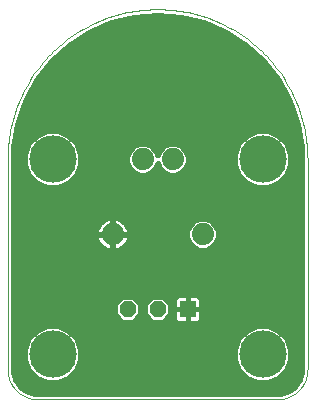
<source format=gtl>
G75*
%MOIN*%
%OFA0B0*%
%FSLAX25Y25*%
%IPPOS*%
%LPD*%
%AMOC8*
5,1,8,0,0,1.08239X$1,22.5*
%
%ADD10OC8,0.05600*%
%ADD11R,0.05600X0.05600*%
%ADD12C,0.00000*%
%ADD13C,0.15811*%
%ADD14C,0.07400*%
%ADD15C,0.01600*%
D10*
X0046800Y0054006D03*
X0056800Y0054006D03*
D11*
X0066800Y0054006D03*
D12*
X0096800Y0024006D02*
X0016800Y0024006D01*
X0016558Y0024009D01*
X0016317Y0024018D01*
X0016076Y0024032D01*
X0015835Y0024053D01*
X0015595Y0024079D01*
X0015355Y0024111D01*
X0015116Y0024149D01*
X0014879Y0024192D01*
X0014642Y0024242D01*
X0014407Y0024297D01*
X0014173Y0024357D01*
X0013941Y0024424D01*
X0013710Y0024495D01*
X0013481Y0024573D01*
X0013254Y0024656D01*
X0013029Y0024744D01*
X0012806Y0024838D01*
X0012586Y0024937D01*
X0012368Y0025042D01*
X0012153Y0025151D01*
X0011940Y0025266D01*
X0011730Y0025386D01*
X0011524Y0025511D01*
X0011320Y0025641D01*
X0011119Y0025776D01*
X0010922Y0025916D01*
X0010728Y0026060D01*
X0010538Y0026209D01*
X0010352Y0026363D01*
X0010169Y0026521D01*
X0009990Y0026683D01*
X0009815Y0026850D01*
X0009644Y0027021D01*
X0009477Y0027196D01*
X0009315Y0027375D01*
X0009157Y0027558D01*
X0009003Y0027744D01*
X0008854Y0027934D01*
X0008710Y0028128D01*
X0008570Y0028325D01*
X0008435Y0028526D01*
X0008305Y0028730D01*
X0008180Y0028936D01*
X0008060Y0029146D01*
X0007945Y0029359D01*
X0007836Y0029574D01*
X0007731Y0029792D01*
X0007632Y0030012D01*
X0007538Y0030235D01*
X0007450Y0030460D01*
X0007367Y0030687D01*
X0007289Y0030916D01*
X0007218Y0031147D01*
X0007151Y0031379D01*
X0007091Y0031613D01*
X0007036Y0031848D01*
X0006986Y0032085D01*
X0006943Y0032322D01*
X0006905Y0032561D01*
X0006873Y0032801D01*
X0006847Y0033041D01*
X0006826Y0033282D01*
X0006812Y0033523D01*
X0006803Y0033764D01*
X0006800Y0034006D01*
X0006800Y0104006D01*
X0006815Y0105224D01*
X0006859Y0106440D01*
X0006933Y0107656D01*
X0007037Y0108869D01*
X0007170Y0110079D01*
X0007333Y0111286D01*
X0007525Y0112488D01*
X0007746Y0113686D01*
X0007996Y0114878D01*
X0008275Y0116063D01*
X0008583Y0117241D01*
X0008920Y0118411D01*
X0009285Y0119573D01*
X0009678Y0120725D01*
X0010099Y0121868D01*
X0010548Y0122999D01*
X0011024Y0124120D01*
X0011528Y0125229D01*
X0012058Y0126325D01*
X0012615Y0127408D01*
X0013198Y0128477D01*
X0013806Y0129531D01*
X0014441Y0130571D01*
X0015100Y0131594D01*
X0015784Y0132602D01*
X0016493Y0133592D01*
X0017225Y0134565D01*
X0017981Y0135519D01*
X0018760Y0136455D01*
X0019561Y0137372D01*
X0020385Y0138269D01*
X0021230Y0139145D01*
X0022096Y0140001D01*
X0022983Y0140836D01*
X0023890Y0141648D01*
X0024816Y0142438D01*
X0025762Y0143206D01*
X0026725Y0143950D01*
X0027707Y0144670D01*
X0028706Y0145367D01*
X0029721Y0146039D01*
X0030753Y0146686D01*
X0031800Y0147307D01*
X0032862Y0147903D01*
X0033938Y0148473D01*
X0035027Y0149017D01*
X0036130Y0149533D01*
X0037245Y0150023D01*
X0038371Y0150486D01*
X0039508Y0150921D01*
X0040656Y0151328D01*
X0041813Y0151707D01*
X0042979Y0152058D01*
X0044153Y0152380D01*
X0045335Y0152674D01*
X0046524Y0152939D01*
X0047718Y0153174D01*
X0048918Y0153381D01*
X0050123Y0153558D01*
X0051331Y0153706D01*
X0052543Y0153824D01*
X0053758Y0153913D01*
X0054974Y0153973D01*
X0056191Y0154002D01*
X0057409Y0154002D01*
X0058626Y0153973D01*
X0059842Y0153913D01*
X0061057Y0153824D01*
X0062269Y0153706D01*
X0063477Y0153558D01*
X0064682Y0153381D01*
X0065882Y0153174D01*
X0067076Y0152939D01*
X0068265Y0152674D01*
X0069447Y0152380D01*
X0070621Y0152058D01*
X0071787Y0151707D01*
X0072944Y0151328D01*
X0074092Y0150921D01*
X0075229Y0150486D01*
X0076355Y0150023D01*
X0077470Y0149533D01*
X0078573Y0149017D01*
X0079662Y0148473D01*
X0080738Y0147903D01*
X0081800Y0147307D01*
X0082847Y0146686D01*
X0083879Y0146039D01*
X0084894Y0145367D01*
X0085893Y0144670D01*
X0086875Y0143950D01*
X0087838Y0143206D01*
X0088784Y0142438D01*
X0089710Y0141648D01*
X0090617Y0140836D01*
X0091504Y0140001D01*
X0092370Y0139145D01*
X0093215Y0138269D01*
X0094039Y0137372D01*
X0094840Y0136455D01*
X0095619Y0135519D01*
X0096375Y0134565D01*
X0097107Y0133592D01*
X0097816Y0132602D01*
X0098500Y0131594D01*
X0099159Y0130571D01*
X0099794Y0129531D01*
X0100402Y0128477D01*
X0100985Y0127408D01*
X0101542Y0126325D01*
X0102072Y0125229D01*
X0102576Y0124120D01*
X0103052Y0122999D01*
X0103501Y0121868D01*
X0103922Y0120725D01*
X0104315Y0119573D01*
X0104680Y0118411D01*
X0105017Y0117241D01*
X0105325Y0116063D01*
X0105604Y0114878D01*
X0105854Y0113686D01*
X0106075Y0112488D01*
X0106267Y0111286D01*
X0106430Y0110079D01*
X0106563Y0108869D01*
X0106667Y0107656D01*
X0106741Y0106440D01*
X0106785Y0105224D01*
X0106800Y0104006D01*
X0106800Y0034006D01*
X0106797Y0033764D01*
X0106788Y0033523D01*
X0106774Y0033282D01*
X0106753Y0033041D01*
X0106727Y0032801D01*
X0106695Y0032561D01*
X0106657Y0032322D01*
X0106614Y0032085D01*
X0106564Y0031848D01*
X0106509Y0031613D01*
X0106449Y0031379D01*
X0106382Y0031147D01*
X0106311Y0030916D01*
X0106233Y0030687D01*
X0106150Y0030460D01*
X0106062Y0030235D01*
X0105968Y0030012D01*
X0105869Y0029792D01*
X0105764Y0029574D01*
X0105655Y0029359D01*
X0105540Y0029146D01*
X0105420Y0028936D01*
X0105295Y0028730D01*
X0105165Y0028526D01*
X0105030Y0028325D01*
X0104890Y0028128D01*
X0104746Y0027934D01*
X0104597Y0027744D01*
X0104443Y0027558D01*
X0104285Y0027375D01*
X0104123Y0027196D01*
X0103956Y0027021D01*
X0103785Y0026850D01*
X0103610Y0026683D01*
X0103431Y0026521D01*
X0103248Y0026363D01*
X0103062Y0026209D01*
X0102872Y0026060D01*
X0102678Y0025916D01*
X0102481Y0025776D01*
X0102280Y0025641D01*
X0102076Y0025511D01*
X0101870Y0025386D01*
X0101660Y0025266D01*
X0101447Y0025151D01*
X0101232Y0025042D01*
X0101014Y0024937D01*
X0100794Y0024838D01*
X0100571Y0024744D01*
X0100346Y0024656D01*
X0100119Y0024573D01*
X0099890Y0024495D01*
X0099659Y0024424D01*
X0099427Y0024357D01*
X0099193Y0024297D01*
X0098958Y0024242D01*
X0098721Y0024192D01*
X0098484Y0024149D01*
X0098245Y0024111D01*
X0098005Y0024079D01*
X0097765Y0024053D01*
X0097524Y0024032D01*
X0097283Y0024018D01*
X0097042Y0024009D01*
X0096800Y0024006D01*
D13*
X0091800Y0039006D03*
X0091800Y0104006D03*
X0021800Y0104006D03*
X0021800Y0039006D03*
D14*
X0041800Y0079006D03*
X0051800Y0104006D03*
X0061800Y0104006D03*
X0071800Y0079006D03*
D15*
X0074868Y0083151D02*
X0105000Y0083151D01*
X0105000Y0084749D02*
X0008600Y0084749D01*
X0008600Y0083151D02*
X0038167Y0083151D01*
X0038217Y0083201D02*
X0037605Y0082589D01*
X0037096Y0081889D01*
X0036703Y0081117D01*
X0036435Y0080294D01*
X0036300Y0079439D01*
X0036300Y0079092D01*
X0041714Y0079092D01*
X0041714Y0084506D01*
X0041367Y0084506D01*
X0040512Y0084370D01*
X0039689Y0084103D01*
X0038917Y0083710D01*
X0038217Y0083201D01*
X0036925Y0081552D02*
X0008600Y0081552D01*
X0008600Y0079954D02*
X0036382Y0079954D01*
X0036300Y0078920D02*
X0036300Y0078573D01*
X0036435Y0077718D01*
X0036703Y0076895D01*
X0037096Y0076123D01*
X0037605Y0075423D01*
X0038217Y0074811D01*
X0038917Y0074302D01*
X0039689Y0073909D01*
X0040512Y0073641D01*
X0041367Y0073506D01*
X0041714Y0073506D01*
X0041714Y0078920D01*
X0036300Y0078920D01*
X0036334Y0078355D02*
X0008600Y0078355D01*
X0008600Y0076757D02*
X0036773Y0076757D01*
X0037869Y0075158D02*
X0008600Y0075158D01*
X0008600Y0073560D02*
X0041027Y0073560D01*
X0041714Y0073560D02*
X0041886Y0073560D01*
X0041886Y0073506D02*
X0042233Y0073506D01*
X0043088Y0073641D01*
X0043911Y0073909D01*
X0044683Y0074302D01*
X0045383Y0074811D01*
X0045995Y0075423D01*
X0046504Y0076123D01*
X0046897Y0076895D01*
X0047165Y0077718D01*
X0047300Y0078573D01*
X0047300Y0078920D01*
X0041886Y0078920D01*
X0041886Y0079092D01*
X0041714Y0079092D01*
X0041714Y0078920D01*
X0041886Y0078920D01*
X0041886Y0073506D01*
X0042573Y0073560D02*
X0105000Y0073560D01*
X0105000Y0075158D02*
X0075165Y0075158D01*
X0074689Y0074682D02*
X0076124Y0076117D01*
X0076900Y0077991D01*
X0076900Y0080020D01*
X0076124Y0081895D01*
X0074689Y0083329D01*
X0072814Y0084106D01*
X0070786Y0084106D01*
X0068911Y0083329D01*
X0067476Y0081895D01*
X0066700Y0080020D01*
X0066700Y0077991D01*
X0067476Y0076117D01*
X0068911Y0074682D01*
X0070786Y0073906D01*
X0072814Y0073906D01*
X0074689Y0074682D01*
X0076389Y0076757D02*
X0105000Y0076757D01*
X0105000Y0078355D02*
X0076900Y0078355D01*
X0076900Y0079954D02*
X0105000Y0079954D01*
X0105000Y0081552D02*
X0076265Y0081552D01*
X0068732Y0083151D02*
X0045433Y0083151D01*
X0045383Y0083201D02*
X0044683Y0083710D01*
X0043911Y0084103D01*
X0043088Y0084370D01*
X0042233Y0084506D01*
X0041886Y0084506D01*
X0041886Y0079092D01*
X0047300Y0079092D01*
X0047300Y0079439D01*
X0047165Y0080294D01*
X0046897Y0081117D01*
X0046504Y0081889D01*
X0045995Y0082589D01*
X0045383Y0083201D01*
X0046675Y0081552D02*
X0067335Y0081552D01*
X0066700Y0079954D02*
X0047218Y0079954D01*
X0047265Y0078355D02*
X0066700Y0078355D01*
X0067211Y0076757D02*
X0046827Y0076757D01*
X0045731Y0075158D02*
X0068435Y0075158D01*
X0069837Y0058606D02*
X0066800Y0058606D01*
X0066800Y0054006D01*
X0066800Y0054006D01*
X0066800Y0058606D01*
X0063763Y0058606D01*
X0063305Y0058483D01*
X0062895Y0058246D01*
X0062560Y0057911D01*
X0062323Y0057501D01*
X0062200Y0057043D01*
X0062200Y0054006D01*
X0066800Y0054006D01*
X0071400Y0054006D01*
X0071400Y0057043D01*
X0071277Y0057501D01*
X0071040Y0057911D01*
X0070705Y0058246D01*
X0070295Y0058483D01*
X0069837Y0058606D01*
X0071235Y0057575D02*
X0105000Y0057575D01*
X0105000Y0059173D02*
X0008600Y0059173D01*
X0008600Y0057575D02*
X0044429Y0057575D01*
X0045060Y0058206D02*
X0042600Y0055746D01*
X0042600Y0052266D01*
X0045060Y0049806D01*
X0048540Y0049806D01*
X0051000Y0052266D01*
X0051000Y0055746D01*
X0048540Y0058206D01*
X0045060Y0058206D01*
X0042831Y0055976D02*
X0008600Y0055976D01*
X0008600Y0054378D02*
X0042600Y0054378D01*
X0042600Y0052779D02*
X0008600Y0052779D01*
X0008600Y0051181D02*
X0043686Y0051181D01*
X0049914Y0051181D02*
X0053686Y0051181D01*
X0052600Y0052266D02*
X0055060Y0049806D01*
X0058540Y0049806D01*
X0061000Y0052266D01*
X0061000Y0055746D01*
X0058540Y0058206D01*
X0055060Y0058206D01*
X0052600Y0055746D01*
X0052600Y0052266D01*
X0052600Y0052779D02*
X0051000Y0052779D01*
X0051000Y0054378D02*
X0052600Y0054378D01*
X0052831Y0055976D02*
X0050769Y0055976D01*
X0049171Y0057575D02*
X0054429Y0057575D01*
X0059171Y0057575D02*
X0062365Y0057575D01*
X0062200Y0055976D02*
X0060769Y0055976D01*
X0061000Y0054378D02*
X0062200Y0054378D01*
X0062200Y0054006D02*
X0062200Y0050969D01*
X0062323Y0050511D01*
X0062560Y0050101D01*
X0062895Y0049766D01*
X0063305Y0049529D01*
X0063763Y0049406D01*
X0066800Y0049406D01*
X0069837Y0049406D01*
X0070295Y0049529D01*
X0070705Y0049766D01*
X0071040Y0050101D01*
X0071277Y0050511D01*
X0071400Y0050969D01*
X0071400Y0054006D01*
X0066800Y0054006D01*
X0066800Y0054006D01*
X0066800Y0054006D01*
X0062200Y0054006D01*
X0062200Y0052779D02*
X0061000Y0052779D01*
X0059914Y0051181D02*
X0062200Y0051181D01*
X0063213Y0049582D02*
X0008600Y0049582D01*
X0008600Y0047984D02*
X0019158Y0047984D01*
X0019949Y0048311D02*
X0016529Y0046895D01*
X0013911Y0044277D01*
X0012494Y0040857D01*
X0012494Y0037155D01*
X0013911Y0033735D01*
X0016529Y0031117D01*
X0019949Y0029700D01*
X0023651Y0029700D01*
X0027071Y0031117D01*
X0029689Y0033735D01*
X0031105Y0037155D01*
X0031105Y0040857D01*
X0029689Y0044277D01*
X0027071Y0046895D01*
X0023651Y0048311D01*
X0019949Y0048311D01*
X0016019Y0046385D02*
X0008600Y0046385D01*
X0008600Y0044787D02*
X0014421Y0044787D01*
X0013460Y0043188D02*
X0008600Y0043188D01*
X0008600Y0041590D02*
X0012798Y0041590D01*
X0012494Y0039991D02*
X0008600Y0039991D01*
X0008600Y0038393D02*
X0012494Y0038393D01*
X0012644Y0036794D02*
X0008600Y0036794D01*
X0008600Y0035195D02*
X0013306Y0035195D01*
X0014049Y0033597D02*
X0008632Y0033597D01*
X0008600Y0034006D02*
X0008701Y0032723D01*
X0009494Y0030283D01*
X0011002Y0028208D01*
X0013077Y0026700D01*
X0015517Y0025907D01*
X0016800Y0025806D01*
X0096800Y0025806D01*
X0098083Y0025907D01*
X0100523Y0026700D01*
X0102598Y0028208D01*
X0104106Y0030283D01*
X0104899Y0032723D01*
X0105000Y0034006D01*
X0105000Y0104006D01*
X0104835Y0107986D01*
X0103525Y0115838D01*
X0100940Y0123368D01*
X0097151Y0130369D01*
X0092262Y0136651D01*
X0086405Y0142042D01*
X0086405Y0142042D01*
X0079741Y0146397D01*
X0072451Y0149594D01*
X0064733Y0151549D01*
X0056800Y0152206D01*
X0048867Y0151549D01*
X0041149Y0149594D01*
X0033859Y0146397D01*
X0027195Y0142042D01*
X0021338Y0136651D01*
X0016449Y0130369D01*
X0012660Y0123368D01*
X0010075Y0115838D01*
X0008765Y0107986D01*
X0008600Y0104006D01*
X0008600Y0034006D01*
X0008936Y0031998D02*
X0015647Y0031998D01*
X0018260Y0030400D02*
X0009456Y0030400D01*
X0010570Y0028801D02*
X0103030Y0028801D01*
X0104144Y0030400D02*
X0095340Y0030400D01*
X0093651Y0029700D02*
X0097071Y0031117D01*
X0099689Y0033735D01*
X0101105Y0037155D01*
X0101105Y0040857D01*
X0099689Y0044277D01*
X0097071Y0046895D01*
X0093651Y0048311D01*
X0089949Y0048311D01*
X0086529Y0046895D01*
X0083911Y0044277D01*
X0082494Y0040857D01*
X0082494Y0037155D01*
X0083911Y0033735D01*
X0086529Y0031117D01*
X0089949Y0029700D01*
X0093651Y0029700D01*
X0097953Y0031998D02*
X0104664Y0031998D01*
X0104968Y0033597D02*
X0099551Y0033597D01*
X0100294Y0035195D02*
X0105000Y0035195D01*
X0105000Y0036794D02*
X0100956Y0036794D01*
X0101105Y0038393D02*
X0105000Y0038393D01*
X0105000Y0039991D02*
X0101105Y0039991D01*
X0100802Y0041590D02*
X0105000Y0041590D01*
X0105000Y0043188D02*
X0100140Y0043188D01*
X0099179Y0044787D02*
X0105000Y0044787D01*
X0105000Y0046385D02*
X0097581Y0046385D01*
X0094442Y0047984D02*
X0105000Y0047984D01*
X0105000Y0049582D02*
X0070387Y0049582D01*
X0071400Y0051181D02*
X0105000Y0051181D01*
X0105000Y0052779D02*
X0071400Y0052779D01*
X0071400Y0054378D02*
X0105000Y0054378D01*
X0105000Y0055976D02*
X0071400Y0055976D01*
X0066800Y0055976D02*
X0066800Y0055976D01*
X0066800Y0054378D02*
X0066800Y0054378D01*
X0066800Y0054006D02*
X0066800Y0049406D01*
X0066800Y0054006D01*
X0066800Y0054006D01*
X0066800Y0052779D02*
X0066800Y0052779D01*
X0066800Y0051181D02*
X0066800Y0051181D01*
X0066800Y0049582D02*
X0066800Y0049582D01*
X0066800Y0057575D02*
X0066800Y0057575D01*
X0082798Y0041590D02*
X0030802Y0041590D01*
X0031105Y0039991D02*
X0082494Y0039991D01*
X0082494Y0038393D02*
X0031105Y0038393D01*
X0030956Y0036794D02*
X0082644Y0036794D01*
X0083306Y0035195D02*
X0030294Y0035195D01*
X0029551Y0033597D02*
X0084049Y0033597D01*
X0085647Y0031998D02*
X0027953Y0031998D01*
X0025340Y0030400D02*
X0088260Y0030400D01*
X0083460Y0043188D02*
X0030140Y0043188D01*
X0029179Y0044787D02*
X0084421Y0044787D01*
X0086019Y0046385D02*
X0027581Y0046385D01*
X0024442Y0047984D02*
X0089158Y0047984D01*
X0101215Y0027203D02*
X0012385Y0027203D01*
X0008600Y0060772D02*
X0105000Y0060772D01*
X0105000Y0062370D02*
X0008600Y0062370D01*
X0008600Y0063969D02*
X0105000Y0063969D01*
X0105000Y0065567D02*
X0008600Y0065567D01*
X0008600Y0067166D02*
X0105000Y0067166D01*
X0105000Y0068764D02*
X0008600Y0068764D01*
X0008600Y0070363D02*
X0105000Y0070363D01*
X0105000Y0071961D02*
X0008600Y0071961D01*
X0008600Y0086348D02*
X0105000Y0086348D01*
X0105000Y0087946D02*
X0008600Y0087946D01*
X0008600Y0089545D02*
X0105000Y0089545D01*
X0105000Y0091143D02*
X0008600Y0091143D01*
X0008600Y0092742D02*
X0105000Y0092742D01*
X0105000Y0094340D02*
X0008600Y0094340D01*
X0008600Y0095939D02*
X0016959Y0095939D01*
X0016529Y0096117D02*
X0019949Y0094700D01*
X0023651Y0094700D01*
X0027071Y0096117D01*
X0029689Y0098735D01*
X0031105Y0102155D01*
X0031105Y0105857D01*
X0029689Y0109277D01*
X0027071Y0111895D01*
X0023651Y0113311D01*
X0019949Y0113311D01*
X0016529Y0111895D01*
X0013911Y0109277D01*
X0012494Y0105857D01*
X0012494Y0102155D01*
X0013911Y0098735D01*
X0016529Y0096117D01*
X0015109Y0097537D02*
X0008600Y0097537D01*
X0008600Y0099136D02*
X0013745Y0099136D01*
X0013083Y0100734D02*
X0008600Y0100734D01*
X0008600Y0102333D02*
X0012494Y0102333D01*
X0012494Y0103931D02*
X0008600Y0103931D01*
X0008663Y0105530D02*
X0012494Y0105530D01*
X0013021Y0107128D02*
X0008729Y0107128D01*
X0008888Y0108727D02*
X0013683Y0108727D01*
X0014960Y0110326D02*
X0009155Y0110326D01*
X0009422Y0111924D02*
X0016600Y0111924D01*
X0010377Y0116720D02*
X0103223Y0116720D01*
X0103645Y0115121D02*
X0009955Y0115121D01*
X0009688Y0113523D02*
X0103912Y0113523D01*
X0104178Y0111924D02*
X0097000Y0111924D01*
X0097071Y0111895D02*
X0093651Y0113311D01*
X0089949Y0113311D01*
X0086529Y0111895D01*
X0083911Y0109277D01*
X0082494Y0105857D01*
X0082494Y0102155D01*
X0083911Y0098735D01*
X0086529Y0096117D01*
X0089949Y0094700D01*
X0093651Y0094700D01*
X0097071Y0096117D01*
X0099689Y0098735D01*
X0101105Y0102155D01*
X0101105Y0105857D01*
X0099689Y0109277D01*
X0097071Y0111895D01*
X0098640Y0110326D02*
X0104445Y0110326D01*
X0104712Y0108727D02*
X0099917Y0108727D01*
X0100579Y0107128D02*
X0104871Y0107128D01*
X0104937Y0105530D02*
X0101105Y0105530D01*
X0101105Y0103931D02*
X0105000Y0103931D01*
X0105000Y0102333D02*
X0101105Y0102333D01*
X0100517Y0100734D02*
X0105000Y0100734D01*
X0105000Y0099136D02*
X0099855Y0099136D01*
X0098491Y0097537D02*
X0105000Y0097537D01*
X0105000Y0095939D02*
X0096641Y0095939D01*
X0086959Y0095939D02*
X0026641Y0095939D01*
X0028491Y0097537D02*
X0085109Y0097537D01*
X0083745Y0099136D02*
X0063370Y0099136D01*
X0062814Y0098906D02*
X0064689Y0099682D01*
X0066124Y0101117D01*
X0066900Y0102991D01*
X0066900Y0105020D01*
X0066124Y0106895D01*
X0064689Y0108329D01*
X0062814Y0109106D01*
X0060786Y0109106D01*
X0058911Y0108329D01*
X0057476Y0106895D01*
X0056800Y0105262D01*
X0056124Y0106895D01*
X0054689Y0108329D01*
X0052814Y0109106D01*
X0050786Y0109106D01*
X0048911Y0108329D01*
X0047476Y0106895D01*
X0046700Y0105020D01*
X0046700Y0102991D01*
X0047476Y0101117D01*
X0048911Y0099682D01*
X0050786Y0098906D01*
X0052814Y0098906D01*
X0054689Y0099682D01*
X0056124Y0101117D01*
X0056800Y0102750D01*
X0057476Y0101117D01*
X0058911Y0099682D01*
X0060786Y0098906D01*
X0062814Y0098906D01*
X0060230Y0099136D02*
X0053370Y0099136D01*
X0050230Y0099136D02*
X0029855Y0099136D01*
X0030517Y0100734D02*
X0047859Y0100734D01*
X0046973Y0102333D02*
X0031105Y0102333D01*
X0031105Y0103931D02*
X0046700Y0103931D01*
X0046911Y0105530D02*
X0031105Y0105530D01*
X0030579Y0107128D02*
X0047710Y0107128D01*
X0049871Y0108727D02*
X0029917Y0108727D01*
X0028640Y0110326D02*
X0084960Y0110326D01*
X0083683Y0108727D02*
X0063729Y0108727D01*
X0065890Y0107128D02*
X0083021Y0107128D01*
X0082494Y0105530D02*
X0066689Y0105530D01*
X0066900Y0103931D02*
X0082494Y0103931D01*
X0082494Y0102333D02*
X0066627Y0102333D01*
X0065741Y0100734D02*
X0083083Y0100734D01*
X0086600Y0111924D02*
X0027000Y0111924D01*
X0015117Y0127909D02*
X0098483Y0127909D01*
X0099348Y0126311D02*
X0014252Y0126311D01*
X0013387Y0124712D02*
X0100213Y0124712D01*
X0101027Y0123114D02*
X0012573Y0123114D01*
X0012024Y0121515D02*
X0101576Y0121515D01*
X0102125Y0119917D02*
X0011475Y0119917D01*
X0010926Y0118318D02*
X0102674Y0118318D01*
X0097617Y0129508D02*
X0015983Y0129508D01*
X0017022Y0131106D02*
X0096578Y0131106D01*
X0095333Y0132705D02*
X0018267Y0132705D01*
X0019511Y0134303D02*
X0094089Y0134303D01*
X0092845Y0135902D02*
X0020755Y0135902D01*
X0022261Y0137500D02*
X0091339Y0137500D01*
X0089603Y0139099D02*
X0023997Y0139099D01*
X0025734Y0140697D02*
X0087866Y0140697D01*
X0086017Y0142296D02*
X0027583Y0142296D01*
X0030029Y0143894D02*
X0083571Y0143894D01*
X0081124Y0145493D02*
X0032476Y0145493D01*
X0035443Y0147091D02*
X0078157Y0147091D01*
X0074513Y0148690D02*
X0039087Y0148690D01*
X0043890Y0150288D02*
X0069710Y0150288D01*
X0060651Y0151887D02*
X0052949Y0151887D01*
X0053729Y0108727D02*
X0059871Y0108727D01*
X0057710Y0107128D02*
X0055890Y0107128D01*
X0056689Y0105530D02*
X0056911Y0105530D01*
X0056973Y0102333D02*
X0056627Y0102333D01*
X0055741Y0100734D02*
X0057859Y0100734D01*
X0041886Y0083151D02*
X0041714Y0083151D01*
X0041714Y0081552D02*
X0041886Y0081552D01*
X0041886Y0079954D02*
X0041714Y0079954D01*
X0041714Y0078355D02*
X0041886Y0078355D01*
X0041886Y0076757D02*
X0041714Y0076757D01*
X0041714Y0075158D02*
X0041886Y0075158D01*
M02*

</source>
